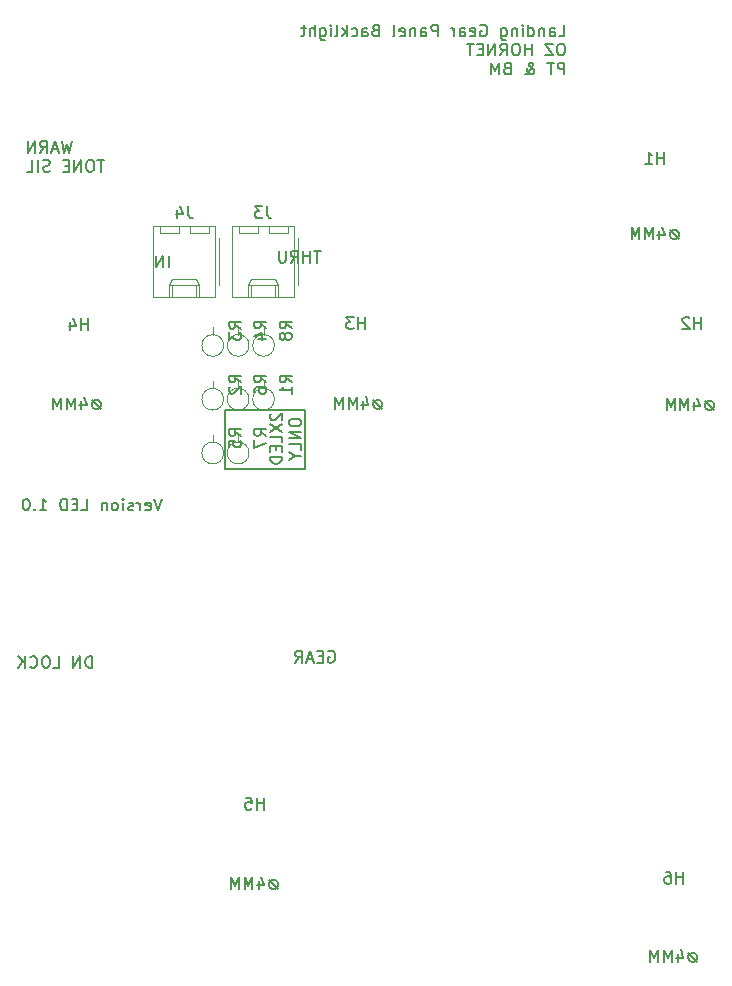
<source format=gbr>
%TF.GenerationSoftware,KiCad,Pcbnew,(6.0.7-1)-1*%
%TF.CreationDate,2023-10-29T11:46:33+10:00*%
%TF.ProjectId,Landing Gear Panel PCB V2,4c616e64-696e-4672-9047-656172205061,rev?*%
%TF.SameCoordinates,Original*%
%TF.FileFunction,Legend,Bot*%
%TF.FilePolarity,Positive*%
%FSLAX46Y46*%
G04 Gerber Fmt 4.6, Leading zero omitted, Abs format (unit mm)*
G04 Created by KiCad (PCBNEW (6.0.7-1)-1) date 2023-10-29 11:46:33*
%MOMM*%
%LPD*%
G01*
G04 APERTURE LIST*
%ADD10C,0.200000*%
%ADD11C,0.150000*%
%ADD12C,0.120000*%
G04 APERTURE END LIST*
D10*
X89950000Y-83150000D02*
X83100000Y-83150000D01*
X83100000Y-83150000D02*
X83100000Y-78150000D01*
X83100000Y-78150000D02*
X89950000Y-78150000D01*
X89950000Y-78150000D02*
X89950000Y-83150000D01*
D11*
X77785171Y-85634580D02*
X77451838Y-86634580D01*
X77118504Y-85634580D01*
X76404219Y-86586961D02*
X76499457Y-86634580D01*
X76689933Y-86634580D01*
X76785171Y-86586961D01*
X76832790Y-86491723D01*
X76832790Y-86110771D01*
X76785171Y-86015533D01*
X76689933Y-85967914D01*
X76499457Y-85967914D01*
X76404219Y-86015533D01*
X76356600Y-86110771D01*
X76356600Y-86206009D01*
X76832790Y-86301247D01*
X75928028Y-86634580D02*
X75928028Y-85967914D01*
X75928028Y-86158390D02*
X75880409Y-86063152D01*
X75832790Y-86015533D01*
X75737552Y-85967914D01*
X75642314Y-85967914D01*
X75356600Y-86586961D02*
X75261361Y-86634580D01*
X75070885Y-86634580D01*
X74975647Y-86586961D01*
X74928028Y-86491723D01*
X74928028Y-86444104D01*
X74975647Y-86348866D01*
X75070885Y-86301247D01*
X75213742Y-86301247D01*
X75308980Y-86253628D01*
X75356600Y-86158390D01*
X75356600Y-86110771D01*
X75308980Y-86015533D01*
X75213742Y-85967914D01*
X75070885Y-85967914D01*
X74975647Y-86015533D01*
X74499457Y-86634580D02*
X74499457Y-85967914D01*
X74499457Y-85634580D02*
X74547076Y-85682200D01*
X74499457Y-85729819D01*
X74451838Y-85682200D01*
X74499457Y-85634580D01*
X74499457Y-85729819D01*
X73880409Y-86634580D02*
X73975647Y-86586961D01*
X74023266Y-86539342D01*
X74070885Y-86444104D01*
X74070885Y-86158390D01*
X74023266Y-86063152D01*
X73975647Y-86015533D01*
X73880409Y-85967914D01*
X73737552Y-85967914D01*
X73642314Y-86015533D01*
X73594695Y-86063152D01*
X73547076Y-86158390D01*
X73547076Y-86444104D01*
X73594695Y-86539342D01*
X73642314Y-86586961D01*
X73737552Y-86634580D01*
X73880409Y-86634580D01*
X73118504Y-85967914D02*
X73118504Y-86634580D01*
X73118504Y-86063152D02*
X73070885Y-86015533D01*
X72975647Y-85967914D01*
X72832790Y-85967914D01*
X72737552Y-86015533D01*
X72689933Y-86110771D01*
X72689933Y-86634580D01*
X70975647Y-86634580D02*
X71451838Y-86634580D01*
X71451838Y-85634580D01*
X70642314Y-86110771D02*
X70308980Y-86110771D01*
X70166123Y-86634580D02*
X70642314Y-86634580D01*
X70642314Y-85634580D01*
X70166123Y-85634580D01*
X69737552Y-86634580D02*
X69737552Y-85634580D01*
X69499457Y-85634580D01*
X69356600Y-85682200D01*
X69261361Y-85777438D01*
X69213742Y-85872676D01*
X69166123Y-86063152D01*
X69166123Y-86206009D01*
X69213742Y-86396485D01*
X69261361Y-86491723D01*
X69356600Y-86586961D01*
X69499457Y-86634580D01*
X69737552Y-86634580D01*
X67451838Y-86634580D02*
X68023266Y-86634580D01*
X67737552Y-86634580D02*
X67737552Y-85634580D01*
X67832790Y-85777438D01*
X67928028Y-85872676D01*
X68023266Y-85920295D01*
X67023266Y-86539342D02*
X66975647Y-86586961D01*
X67023266Y-86634580D01*
X67070885Y-86586961D01*
X67023266Y-86539342D01*
X67023266Y-86634580D01*
X66356600Y-85634580D02*
X66261361Y-85634580D01*
X66166123Y-85682200D01*
X66118504Y-85729819D01*
X66070885Y-85825057D01*
X66023266Y-86015533D01*
X66023266Y-86253628D01*
X66070885Y-86444104D01*
X66118504Y-86539342D01*
X66166123Y-86586961D01*
X66261361Y-86634580D01*
X66356600Y-86634580D01*
X66451838Y-86586961D01*
X66499457Y-86539342D01*
X66547076Y-86444104D01*
X66594695Y-86253628D01*
X66594695Y-86015533D01*
X66547076Y-85825057D01*
X66499457Y-85729819D01*
X66451838Y-85682200D01*
X66356600Y-85634580D01*
X78373809Y-66052380D02*
X78373809Y-65052380D01*
X77897619Y-66052380D02*
X77897619Y-65052380D01*
X77326190Y-66052380D01*
X77326190Y-65052380D01*
X111388214Y-46492380D02*
X111864404Y-46492380D01*
X111864404Y-45492380D01*
X110626309Y-46492380D02*
X110626309Y-45968571D01*
X110673928Y-45873333D01*
X110769166Y-45825714D01*
X110959642Y-45825714D01*
X111054880Y-45873333D01*
X110626309Y-46444761D02*
X110721547Y-46492380D01*
X110959642Y-46492380D01*
X111054880Y-46444761D01*
X111102500Y-46349523D01*
X111102500Y-46254285D01*
X111054880Y-46159047D01*
X110959642Y-46111428D01*
X110721547Y-46111428D01*
X110626309Y-46063809D01*
X110150119Y-45825714D02*
X110150119Y-46492380D01*
X110150119Y-45920952D02*
X110102500Y-45873333D01*
X110007261Y-45825714D01*
X109864404Y-45825714D01*
X109769166Y-45873333D01*
X109721547Y-45968571D01*
X109721547Y-46492380D01*
X108816785Y-46492380D02*
X108816785Y-45492380D01*
X108816785Y-46444761D02*
X108912023Y-46492380D01*
X109102500Y-46492380D01*
X109197738Y-46444761D01*
X109245357Y-46397142D01*
X109292976Y-46301904D01*
X109292976Y-46016190D01*
X109245357Y-45920952D01*
X109197738Y-45873333D01*
X109102500Y-45825714D01*
X108912023Y-45825714D01*
X108816785Y-45873333D01*
X108340595Y-46492380D02*
X108340595Y-45825714D01*
X108340595Y-45492380D02*
X108388214Y-45540000D01*
X108340595Y-45587619D01*
X108292976Y-45540000D01*
X108340595Y-45492380D01*
X108340595Y-45587619D01*
X107864404Y-45825714D02*
X107864404Y-46492380D01*
X107864404Y-45920952D02*
X107816785Y-45873333D01*
X107721547Y-45825714D01*
X107578690Y-45825714D01*
X107483452Y-45873333D01*
X107435833Y-45968571D01*
X107435833Y-46492380D01*
X106531071Y-45825714D02*
X106531071Y-46635238D01*
X106578690Y-46730476D01*
X106626309Y-46778095D01*
X106721547Y-46825714D01*
X106864404Y-46825714D01*
X106959642Y-46778095D01*
X106531071Y-46444761D02*
X106626309Y-46492380D01*
X106816785Y-46492380D01*
X106912023Y-46444761D01*
X106959642Y-46397142D01*
X107007261Y-46301904D01*
X107007261Y-46016190D01*
X106959642Y-45920952D01*
X106912023Y-45873333D01*
X106816785Y-45825714D01*
X106626309Y-45825714D01*
X106531071Y-45873333D01*
X104769166Y-45540000D02*
X104864404Y-45492380D01*
X105007261Y-45492380D01*
X105150119Y-45540000D01*
X105245357Y-45635238D01*
X105292976Y-45730476D01*
X105340595Y-45920952D01*
X105340595Y-46063809D01*
X105292976Y-46254285D01*
X105245357Y-46349523D01*
X105150119Y-46444761D01*
X105007261Y-46492380D01*
X104912023Y-46492380D01*
X104769166Y-46444761D01*
X104721547Y-46397142D01*
X104721547Y-46063809D01*
X104912023Y-46063809D01*
X103912023Y-46444761D02*
X104007261Y-46492380D01*
X104197738Y-46492380D01*
X104292976Y-46444761D01*
X104340595Y-46349523D01*
X104340595Y-45968571D01*
X104292976Y-45873333D01*
X104197738Y-45825714D01*
X104007261Y-45825714D01*
X103912023Y-45873333D01*
X103864404Y-45968571D01*
X103864404Y-46063809D01*
X104340595Y-46159047D01*
X103007261Y-46492380D02*
X103007261Y-45968571D01*
X103054880Y-45873333D01*
X103150119Y-45825714D01*
X103340595Y-45825714D01*
X103435833Y-45873333D01*
X103007261Y-46444761D02*
X103102500Y-46492380D01*
X103340595Y-46492380D01*
X103435833Y-46444761D01*
X103483452Y-46349523D01*
X103483452Y-46254285D01*
X103435833Y-46159047D01*
X103340595Y-46111428D01*
X103102500Y-46111428D01*
X103007261Y-46063809D01*
X102531071Y-46492380D02*
X102531071Y-45825714D01*
X102531071Y-46016190D02*
X102483452Y-45920952D01*
X102435833Y-45873333D01*
X102340595Y-45825714D01*
X102245357Y-45825714D01*
X101150119Y-46492380D02*
X101150119Y-45492380D01*
X100769166Y-45492380D01*
X100673928Y-45540000D01*
X100626309Y-45587619D01*
X100578690Y-45682857D01*
X100578690Y-45825714D01*
X100626309Y-45920952D01*
X100673928Y-45968571D01*
X100769166Y-46016190D01*
X101150119Y-46016190D01*
X99721547Y-46492380D02*
X99721547Y-45968571D01*
X99769166Y-45873333D01*
X99864404Y-45825714D01*
X100054880Y-45825714D01*
X100150119Y-45873333D01*
X99721547Y-46444761D02*
X99816785Y-46492380D01*
X100054880Y-46492380D01*
X100150119Y-46444761D01*
X100197738Y-46349523D01*
X100197738Y-46254285D01*
X100150119Y-46159047D01*
X100054880Y-46111428D01*
X99816785Y-46111428D01*
X99721547Y-46063809D01*
X99245357Y-45825714D02*
X99245357Y-46492380D01*
X99245357Y-45920952D02*
X99197738Y-45873333D01*
X99102500Y-45825714D01*
X98959642Y-45825714D01*
X98864404Y-45873333D01*
X98816785Y-45968571D01*
X98816785Y-46492380D01*
X97959642Y-46444761D02*
X98054880Y-46492380D01*
X98245357Y-46492380D01*
X98340595Y-46444761D01*
X98388214Y-46349523D01*
X98388214Y-45968571D01*
X98340595Y-45873333D01*
X98245357Y-45825714D01*
X98054880Y-45825714D01*
X97959642Y-45873333D01*
X97912023Y-45968571D01*
X97912023Y-46063809D01*
X98388214Y-46159047D01*
X97340595Y-46492380D02*
X97435833Y-46444761D01*
X97483452Y-46349523D01*
X97483452Y-45492380D01*
X95864404Y-45968571D02*
X95721547Y-46016190D01*
X95673928Y-46063809D01*
X95626309Y-46159047D01*
X95626309Y-46301904D01*
X95673928Y-46397142D01*
X95721547Y-46444761D01*
X95816785Y-46492380D01*
X96197738Y-46492380D01*
X96197738Y-45492380D01*
X95864404Y-45492380D01*
X95769166Y-45540000D01*
X95721547Y-45587619D01*
X95673928Y-45682857D01*
X95673928Y-45778095D01*
X95721547Y-45873333D01*
X95769166Y-45920952D01*
X95864404Y-45968571D01*
X96197738Y-45968571D01*
X94769166Y-46492380D02*
X94769166Y-45968571D01*
X94816785Y-45873333D01*
X94912023Y-45825714D01*
X95102500Y-45825714D01*
X95197738Y-45873333D01*
X94769166Y-46444761D02*
X94864404Y-46492380D01*
X95102500Y-46492380D01*
X95197738Y-46444761D01*
X95245357Y-46349523D01*
X95245357Y-46254285D01*
X95197738Y-46159047D01*
X95102500Y-46111428D01*
X94864404Y-46111428D01*
X94769166Y-46063809D01*
X93864404Y-46444761D02*
X93959642Y-46492380D01*
X94150119Y-46492380D01*
X94245357Y-46444761D01*
X94292976Y-46397142D01*
X94340595Y-46301904D01*
X94340595Y-46016190D01*
X94292976Y-45920952D01*
X94245357Y-45873333D01*
X94150119Y-45825714D01*
X93959642Y-45825714D01*
X93864404Y-45873333D01*
X93435833Y-46492380D02*
X93435833Y-45492380D01*
X93340595Y-46111428D02*
X93054880Y-46492380D01*
X93054880Y-45825714D02*
X93435833Y-46206666D01*
X92483452Y-46492380D02*
X92578690Y-46444761D01*
X92626309Y-46349523D01*
X92626309Y-45492380D01*
X92102500Y-46492380D02*
X92102500Y-45825714D01*
X92102500Y-45492380D02*
X92150119Y-45540000D01*
X92102500Y-45587619D01*
X92054880Y-45540000D01*
X92102500Y-45492380D01*
X92102500Y-45587619D01*
X91197738Y-45825714D02*
X91197738Y-46635238D01*
X91245357Y-46730476D01*
X91292976Y-46778095D01*
X91388214Y-46825714D01*
X91531071Y-46825714D01*
X91626309Y-46778095D01*
X91197738Y-46444761D02*
X91292976Y-46492380D01*
X91483452Y-46492380D01*
X91578690Y-46444761D01*
X91626309Y-46397142D01*
X91673928Y-46301904D01*
X91673928Y-46016190D01*
X91626309Y-45920952D01*
X91578690Y-45873333D01*
X91483452Y-45825714D01*
X91292976Y-45825714D01*
X91197738Y-45873333D01*
X90721547Y-46492380D02*
X90721547Y-45492380D01*
X90292976Y-46492380D02*
X90292976Y-45968571D01*
X90340595Y-45873333D01*
X90435833Y-45825714D01*
X90578690Y-45825714D01*
X90673928Y-45873333D01*
X90721547Y-45920952D01*
X89959642Y-45825714D02*
X89578690Y-45825714D01*
X89816785Y-45492380D02*
X89816785Y-46349523D01*
X89769166Y-46444761D01*
X89673928Y-46492380D01*
X89578690Y-46492380D01*
X111673928Y-47102380D02*
X111483452Y-47102380D01*
X111388214Y-47150000D01*
X111292976Y-47245238D01*
X111245357Y-47435714D01*
X111245357Y-47769047D01*
X111292976Y-47959523D01*
X111388214Y-48054761D01*
X111483452Y-48102380D01*
X111673928Y-48102380D01*
X111769166Y-48054761D01*
X111864404Y-47959523D01*
X111912023Y-47769047D01*
X111912023Y-47435714D01*
X111864404Y-47245238D01*
X111769166Y-47150000D01*
X111673928Y-47102380D01*
X110912023Y-47102380D02*
X110245357Y-47102380D01*
X110912023Y-48102380D01*
X110245357Y-48102380D01*
X109102500Y-48102380D02*
X109102500Y-47102380D01*
X109102500Y-47578571D02*
X108531071Y-47578571D01*
X108531071Y-48102380D02*
X108531071Y-47102380D01*
X107864404Y-47102380D02*
X107673928Y-47102380D01*
X107578690Y-47150000D01*
X107483452Y-47245238D01*
X107435833Y-47435714D01*
X107435833Y-47769047D01*
X107483452Y-47959523D01*
X107578690Y-48054761D01*
X107673928Y-48102380D01*
X107864404Y-48102380D01*
X107959642Y-48054761D01*
X108054880Y-47959523D01*
X108102500Y-47769047D01*
X108102500Y-47435714D01*
X108054880Y-47245238D01*
X107959642Y-47150000D01*
X107864404Y-47102380D01*
X106435833Y-48102380D02*
X106769166Y-47626190D01*
X107007261Y-48102380D02*
X107007261Y-47102380D01*
X106626309Y-47102380D01*
X106531071Y-47150000D01*
X106483452Y-47197619D01*
X106435833Y-47292857D01*
X106435833Y-47435714D01*
X106483452Y-47530952D01*
X106531071Y-47578571D01*
X106626309Y-47626190D01*
X107007261Y-47626190D01*
X106007261Y-48102380D02*
X106007261Y-47102380D01*
X105435833Y-48102380D01*
X105435833Y-47102380D01*
X104959642Y-47578571D02*
X104626309Y-47578571D01*
X104483452Y-48102380D02*
X104959642Y-48102380D01*
X104959642Y-47102380D01*
X104483452Y-47102380D01*
X104197738Y-47102380D02*
X103626309Y-47102380D01*
X103912023Y-48102380D02*
X103912023Y-47102380D01*
X111864404Y-49712380D02*
X111864404Y-48712380D01*
X111483452Y-48712380D01*
X111388214Y-48760000D01*
X111340595Y-48807619D01*
X111292976Y-48902857D01*
X111292976Y-49045714D01*
X111340595Y-49140952D01*
X111388214Y-49188571D01*
X111483452Y-49236190D01*
X111864404Y-49236190D01*
X111007261Y-48712380D02*
X110435833Y-48712380D01*
X110721547Y-49712380D02*
X110721547Y-48712380D01*
X108531071Y-49712380D02*
X108578690Y-49712380D01*
X108673928Y-49664761D01*
X108816785Y-49521904D01*
X109054880Y-49236190D01*
X109150119Y-49093333D01*
X109197738Y-48950476D01*
X109197738Y-48855238D01*
X109150119Y-48760000D01*
X109054880Y-48712380D01*
X109007261Y-48712380D01*
X108912023Y-48760000D01*
X108864404Y-48855238D01*
X108864404Y-48902857D01*
X108912023Y-48998095D01*
X108959642Y-49045714D01*
X109245357Y-49236190D01*
X109292976Y-49283809D01*
X109340595Y-49379047D01*
X109340595Y-49521904D01*
X109292976Y-49617142D01*
X109245357Y-49664761D01*
X109150119Y-49712380D01*
X109007261Y-49712380D01*
X108912023Y-49664761D01*
X108864404Y-49617142D01*
X108721547Y-49426666D01*
X108673928Y-49283809D01*
X108673928Y-49188571D01*
X107007261Y-49188571D02*
X106864404Y-49236190D01*
X106816785Y-49283809D01*
X106769166Y-49379047D01*
X106769166Y-49521904D01*
X106816785Y-49617142D01*
X106864404Y-49664761D01*
X106959642Y-49712380D01*
X107340595Y-49712380D01*
X107340595Y-48712380D01*
X107007261Y-48712380D01*
X106912023Y-48760000D01*
X106864404Y-48807619D01*
X106816785Y-48902857D01*
X106816785Y-48998095D01*
X106864404Y-49093333D01*
X106912023Y-49140952D01*
X107007261Y-49188571D01*
X107340595Y-49188571D01*
X106340595Y-49712380D02*
X106340595Y-48712380D01*
X106007261Y-49426666D01*
X105673928Y-48712380D01*
X105673928Y-49712380D01*
X122846885Y-124074276D02*
X122656409Y-124074276D01*
X122465933Y-124169514D01*
X122370695Y-124359990D01*
X122370695Y-124550466D01*
X122465933Y-124740942D01*
X122656409Y-124836180D01*
X122846885Y-124836180D01*
X123037361Y-124740942D01*
X123132600Y-124550466D01*
X123132600Y-124359990D01*
X123037361Y-124169514D01*
X122846885Y-124074276D01*
X122370695Y-124074276D02*
X123132600Y-124836180D01*
X121465933Y-124169514D02*
X121465933Y-124836180D01*
X121704028Y-123788561D02*
X121942123Y-124502847D01*
X121323076Y-124502847D01*
X120942123Y-124836180D02*
X120942123Y-123836180D01*
X120608790Y-124550466D01*
X120275457Y-123836180D01*
X120275457Y-124836180D01*
X119799266Y-124836180D02*
X119799266Y-123836180D01*
X119465933Y-124550466D01*
X119132600Y-123836180D01*
X119132600Y-124836180D01*
X94995904Y-71267580D02*
X94995904Y-70267580D01*
X94995904Y-70743771D02*
X94424476Y-70743771D01*
X94424476Y-71267580D02*
X94424476Y-70267580D01*
X94043523Y-70267580D02*
X93424476Y-70267580D01*
X93757809Y-70648533D01*
X93614952Y-70648533D01*
X93519714Y-70696152D01*
X93472095Y-70743771D01*
X93424476Y-70839009D01*
X93424476Y-71077104D01*
X93472095Y-71172342D01*
X93519714Y-71219961D01*
X93614952Y-71267580D01*
X93900666Y-71267580D01*
X93995904Y-71219961D01*
X94043523Y-71172342D01*
X71526304Y-71369180D02*
X71526304Y-70369180D01*
X71526304Y-70845371D02*
X70954876Y-70845371D01*
X70954876Y-71369180D02*
X70954876Y-70369180D01*
X70050114Y-70702514D02*
X70050114Y-71369180D01*
X70288209Y-70321561D02*
X70526304Y-71035847D01*
X69907257Y-71035847D01*
X86410704Y-111958380D02*
X86410704Y-110958380D01*
X86410704Y-111434571D02*
X85839276Y-111434571D01*
X85839276Y-111958380D02*
X85839276Y-110958380D01*
X84886895Y-110958380D02*
X85363085Y-110958380D01*
X85410704Y-111434571D01*
X85363085Y-111386952D01*
X85267847Y-111339333D01*
X85029752Y-111339333D01*
X84934514Y-111386952D01*
X84886895Y-111434571D01*
X84839276Y-111529809D01*
X84839276Y-111767904D01*
X84886895Y-111863142D01*
X84934514Y-111910761D01*
X85029752Y-111958380D01*
X85267847Y-111958380D01*
X85363085Y-111910761D01*
X85410704Y-111863142D01*
X121272085Y-62911076D02*
X121081609Y-62911076D01*
X120891133Y-63006314D01*
X120795895Y-63196790D01*
X120795895Y-63387266D01*
X120891133Y-63577742D01*
X121081609Y-63672980D01*
X121272085Y-63672980D01*
X121462561Y-63577742D01*
X121557800Y-63387266D01*
X121557800Y-63196790D01*
X121462561Y-63006314D01*
X121272085Y-62911076D01*
X120795895Y-62911076D02*
X121557800Y-63672980D01*
X119891133Y-63006314D02*
X119891133Y-63672980D01*
X120129228Y-62625361D02*
X120367323Y-63339647D01*
X119748276Y-63339647D01*
X119367323Y-63672980D02*
X119367323Y-62672980D01*
X119033990Y-63387266D01*
X118700657Y-62672980D01*
X118700657Y-63672980D01*
X118224466Y-63672980D02*
X118224466Y-62672980D01*
X117891133Y-63387266D01*
X117557800Y-62672980D01*
X117557800Y-63672980D01*
X120294304Y-57297580D02*
X120294304Y-56297580D01*
X120294304Y-56773771D02*
X119722876Y-56773771D01*
X119722876Y-57297580D02*
X119722876Y-56297580D01*
X118722876Y-57297580D02*
X119294304Y-57297580D01*
X119008590Y-57297580D02*
X119008590Y-56297580D01*
X119103828Y-56440438D01*
X119199066Y-56535676D01*
X119294304Y-56583295D01*
X121919904Y-118232180D02*
X121919904Y-117232180D01*
X121919904Y-117708371D02*
X121348476Y-117708371D01*
X121348476Y-118232180D02*
X121348476Y-117232180D01*
X120443714Y-117232180D02*
X120634190Y-117232180D01*
X120729428Y-117279800D01*
X120777047Y-117327419D01*
X120872285Y-117470276D01*
X120919904Y-117660752D01*
X120919904Y-118041704D01*
X120872285Y-118136942D01*
X120824666Y-118184561D01*
X120729428Y-118232180D01*
X120538952Y-118232180D01*
X120443714Y-118184561D01*
X120396095Y-118136942D01*
X120348476Y-118041704D01*
X120348476Y-117803609D01*
X120396095Y-117708371D01*
X120443714Y-117660752D01*
X120538952Y-117613133D01*
X120729428Y-117613133D01*
X120824666Y-117660752D01*
X120872285Y-117708371D01*
X120919904Y-117803609D01*
X87363085Y-117927476D02*
X87172609Y-117927476D01*
X86982133Y-118022714D01*
X86886895Y-118213190D01*
X86886895Y-118403666D01*
X86982133Y-118594142D01*
X87172609Y-118689380D01*
X87363085Y-118689380D01*
X87553561Y-118594142D01*
X87648800Y-118403666D01*
X87648800Y-118213190D01*
X87553561Y-118022714D01*
X87363085Y-117927476D01*
X86886895Y-117927476D02*
X87648800Y-118689380D01*
X85982133Y-118022714D02*
X85982133Y-118689380D01*
X86220228Y-117641761D02*
X86458323Y-118356047D01*
X85839276Y-118356047D01*
X85458323Y-118689380D02*
X85458323Y-117689380D01*
X85124990Y-118403666D01*
X84791657Y-117689380D01*
X84791657Y-118689380D01*
X84315466Y-118689380D02*
X84315466Y-117689380D01*
X83982133Y-118403666D01*
X83648800Y-117689380D01*
X83648800Y-118689380D01*
X123443904Y-71267580D02*
X123443904Y-70267580D01*
X123443904Y-70743771D02*
X122872476Y-70743771D01*
X122872476Y-71267580D02*
X122872476Y-70267580D01*
X122443904Y-70362819D02*
X122396285Y-70315200D01*
X122301047Y-70267580D01*
X122062952Y-70267580D01*
X121967714Y-70315200D01*
X121920095Y-70362819D01*
X121872476Y-70458057D01*
X121872476Y-70553295D01*
X121920095Y-70696152D01*
X122491523Y-71267580D01*
X121872476Y-71267580D01*
X91898647Y-98560000D02*
X91993885Y-98512380D01*
X92136742Y-98512380D01*
X92279600Y-98560000D01*
X92374838Y-98655238D01*
X92422457Y-98750476D01*
X92470076Y-98940952D01*
X92470076Y-99083809D01*
X92422457Y-99274285D01*
X92374838Y-99369523D01*
X92279600Y-99464761D01*
X92136742Y-99512380D01*
X92041504Y-99512380D01*
X91898647Y-99464761D01*
X91851028Y-99417142D01*
X91851028Y-99083809D01*
X92041504Y-99083809D01*
X91422457Y-98988571D02*
X91089123Y-98988571D01*
X90946266Y-99512380D02*
X91422457Y-99512380D01*
X91422457Y-98512380D01*
X90946266Y-98512380D01*
X90565314Y-99226666D02*
X90089123Y-99226666D01*
X90660552Y-99512380D02*
X90327219Y-98512380D01*
X89993885Y-99512380D01*
X89089123Y-99512380D02*
X89422457Y-99036190D01*
X89660552Y-99512380D02*
X89660552Y-98512380D01*
X89279600Y-98512380D01*
X89184361Y-98560000D01*
X89136742Y-98607619D01*
X89089123Y-98702857D01*
X89089123Y-98845714D01*
X89136742Y-98940952D01*
X89184361Y-98988571D01*
X89279600Y-99036190D01*
X89660552Y-99036190D01*
X91233333Y-64652380D02*
X90661904Y-64652380D01*
X90947619Y-65652380D02*
X90947619Y-64652380D01*
X90328571Y-65652380D02*
X90328571Y-64652380D01*
X90328571Y-65128571D02*
X89757142Y-65128571D01*
X89757142Y-65652380D02*
X89757142Y-64652380D01*
X88709523Y-65652380D02*
X89042857Y-65176190D01*
X89280952Y-65652380D02*
X89280952Y-64652380D01*
X88900000Y-64652380D01*
X88804761Y-64700000D01*
X88757142Y-64747619D01*
X88709523Y-64842857D01*
X88709523Y-64985714D01*
X88757142Y-65080952D01*
X88804761Y-65128571D01*
X88900000Y-65176190D01*
X89280952Y-65176190D01*
X88280952Y-64652380D02*
X88280952Y-65461904D01*
X88233333Y-65557142D01*
X88185714Y-65604761D01*
X88090476Y-65652380D01*
X87900000Y-65652380D01*
X87804761Y-65604761D01*
X87757142Y-65557142D01*
X87709523Y-65461904D01*
X87709523Y-64652380D01*
X124269285Y-77363676D02*
X124078809Y-77363676D01*
X123888333Y-77458914D01*
X123793095Y-77649390D01*
X123793095Y-77839866D01*
X123888333Y-78030342D01*
X124078809Y-78125580D01*
X124269285Y-78125580D01*
X124459761Y-78030342D01*
X124555000Y-77839866D01*
X124555000Y-77649390D01*
X124459761Y-77458914D01*
X124269285Y-77363676D01*
X123793095Y-77363676D02*
X124555000Y-78125580D01*
X122888333Y-77458914D02*
X122888333Y-78125580D01*
X123126428Y-77077961D02*
X123364523Y-77792247D01*
X122745476Y-77792247D01*
X122364523Y-78125580D02*
X122364523Y-77125580D01*
X122031190Y-77839866D01*
X121697857Y-77125580D01*
X121697857Y-78125580D01*
X121221666Y-78125580D02*
X121221666Y-77125580D01*
X120888333Y-77839866D01*
X120555000Y-77125580D01*
X120555000Y-78125580D01*
X71878438Y-99969580D02*
X71878438Y-98969580D01*
X71640342Y-98969580D01*
X71497485Y-99017200D01*
X71402247Y-99112438D01*
X71354628Y-99207676D01*
X71307009Y-99398152D01*
X71307009Y-99541009D01*
X71354628Y-99731485D01*
X71402247Y-99826723D01*
X71497485Y-99921961D01*
X71640342Y-99969580D01*
X71878438Y-99969580D01*
X70878438Y-99969580D02*
X70878438Y-98969580D01*
X70307009Y-99969580D01*
X70307009Y-98969580D01*
X68592723Y-99969580D02*
X69068914Y-99969580D01*
X69068914Y-98969580D01*
X68068914Y-98969580D02*
X67878438Y-98969580D01*
X67783200Y-99017200D01*
X67687961Y-99112438D01*
X67640342Y-99302914D01*
X67640342Y-99636247D01*
X67687961Y-99826723D01*
X67783200Y-99921961D01*
X67878438Y-99969580D01*
X68068914Y-99969580D01*
X68164152Y-99921961D01*
X68259390Y-99826723D01*
X68307009Y-99636247D01*
X68307009Y-99302914D01*
X68259390Y-99112438D01*
X68164152Y-99017200D01*
X68068914Y-98969580D01*
X66640342Y-99874342D02*
X66687961Y-99921961D01*
X66830819Y-99969580D01*
X66926057Y-99969580D01*
X67068914Y-99921961D01*
X67164152Y-99826723D01*
X67211771Y-99731485D01*
X67259390Y-99541009D01*
X67259390Y-99398152D01*
X67211771Y-99207676D01*
X67164152Y-99112438D01*
X67068914Y-99017200D01*
X66926057Y-98969580D01*
X66830819Y-98969580D01*
X66687961Y-99017200D01*
X66640342Y-99064819D01*
X66211771Y-99969580D02*
X66211771Y-98969580D01*
X65640342Y-99969580D02*
X66068914Y-99398152D01*
X65640342Y-98969580D02*
X66211771Y-99541009D01*
X96176885Y-77262076D02*
X95986409Y-77262076D01*
X95795933Y-77357314D01*
X95700695Y-77547790D01*
X95700695Y-77738266D01*
X95795933Y-77928742D01*
X95986409Y-78023980D01*
X96176885Y-78023980D01*
X96367361Y-77928742D01*
X96462600Y-77738266D01*
X96462600Y-77547790D01*
X96367361Y-77357314D01*
X96176885Y-77262076D01*
X95700695Y-77262076D02*
X96462600Y-78023980D01*
X94795933Y-77357314D02*
X94795933Y-78023980D01*
X95034028Y-76976361D02*
X95272123Y-77690647D01*
X94653076Y-77690647D01*
X94272123Y-78023980D02*
X94272123Y-77023980D01*
X93938790Y-77738266D01*
X93605457Y-77023980D01*
X93605457Y-78023980D01*
X93129266Y-78023980D02*
X93129266Y-77023980D01*
X92795933Y-77738266D01*
X92462600Y-77023980D01*
X92462600Y-78023980D01*
X72326285Y-77312876D02*
X72135809Y-77312876D01*
X71945333Y-77408114D01*
X71850095Y-77598590D01*
X71850095Y-77789066D01*
X71945333Y-77979542D01*
X72135809Y-78074780D01*
X72326285Y-78074780D01*
X72516761Y-77979542D01*
X72612000Y-77789066D01*
X72612000Y-77598590D01*
X72516761Y-77408114D01*
X72326285Y-77312876D01*
X71850095Y-77312876D02*
X72612000Y-78074780D01*
X70945333Y-77408114D02*
X70945333Y-78074780D01*
X71183428Y-77027161D02*
X71421523Y-77741447D01*
X70802476Y-77741447D01*
X70421523Y-78074780D02*
X70421523Y-77074780D01*
X70088190Y-77789066D01*
X69754857Y-77074780D01*
X69754857Y-78074780D01*
X69278666Y-78074780D02*
X69278666Y-77074780D01*
X68945333Y-77789066D01*
X68612000Y-77074780D01*
X68612000Y-78074780D01*
X87042619Y-78430952D02*
X86995000Y-78478571D01*
X86947380Y-78573809D01*
X86947380Y-78811904D01*
X86995000Y-78907142D01*
X87042619Y-78954761D01*
X87137857Y-79002380D01*
X87233095Y-79002380D01*
X87375952Y-78954761D01*
X87947380Y-78383333D01*
X87947380Y-79002380D01*
X86947380Y-79335714D02*
X87947380Y-80002380D01*
X86947380Y-80002380D02*
X87947380Y-79335714D01*
X87947380Y-80859523D02*
X87947380Y-80383333D01*
X86947380Y-80383333D01*
X87423571Y-81192857D02*
X87423571Y-81526190D01*
X87947380Y-81669047D02*
X87947380Y-81192857D01*
X86947380Y-81192857D01*
X86947380Y-81669047D01*
X87947380Y-82097619D02*
X86947380Y-82097619D01*
X86947380Y-82335714D01*
X86995000Y-82478571D01*
X87090238Y-82573809D01*
X87185476Y-82621428D01*
X87375952Y-82669047D01*
X87518809Y-82669047D01*
X87709285Y-82621428D01*
X87804523Y-82573809D01*
X87899761Y-82478571D01*
X87947380Y-82335714D01*
X87947380Y-82097619D01*
X88557380Y-79097619D02*
X88557380Y-79288095D01*
X88605000Y-79383333D01*
X88700238Y-79478571D01*
X88890714Y-79526190D01*
X89224047Y-79526190D01*
X89414523Y-79478571D01*
X89509761Y-79383333D01*
X89557380Y-79288095D01*
X89557380Y-79097619D01*
X89509761Y-79002380D01*
X89414523Y-78907142D01*
X89224047Y-78859523D01*
X88890714Y-78859523D01*
X88700238Y-78907142D01*
X88605000Y-79002380D01*
X88557380Y-79097619D01*
X89557380Y-79954761D02*
X88557380Y-79954761D01*
X89557380Y-80526190D01*
X88557380Y-80526190D01*
X89557380Y-81478571D02*
X89557380Y-81002380D01*
X88557380Y-81002380D01*
X89081190Y-82002380D02*
X89557380Y-82002380D01*
X88557380Y-81669047D02*
X89081190Y-82002380D01*
X88557380Y-82335714D01*
X70152261Y-55347380D02*
X69914166Y-56347380D01*
X69723690Y-55633095D01*
X69533214Y-56347380D01*
X69295119Y-55347380D01*
X68961785Y-56061666D02*
X68485595Y-56061666D01*
X69057023Y-56347380D02*
X68723690Y-55347380D01*
X68390357Y-56347380D01*
X67485595Y-56347380D02*
X67818928Y-55871190D01*
X68057023Y-56347380D02*
X68057023Y-55347380D01*
X67676071Y-55347380D01*
X67580833Y-55395000D01*
X67533214Y-55442619D01*
X67485595Y-55537857D01*
X67485595Y-55680714D01*
X67533214Y-55775952D01*
X67580833Y-55823571D01*
X67676071Y-55871190D01*
X68057023Y-55871190D01*
X67057023Y-56347380D02*
X67057023Y-55347380D01*
X66485595Y-56347380D01*
X66485595Y-55347380D01*
X72914166Y-56957380D02*
X72342738Y-56957380D01*
X72628452Y-57957380D02*
X72628452Y-56957380D01*
X71818928Y-56957380D02*
X71628452Y-56957380D01*
X71533214Y-57005000D01*
X71437976Y-57100238D01*
X71390357Y-57290714D01*
X71390357Y-57624047D01*
X71437976Y-57814523D01*
X71533214Y-57909761D01*
X71628452Y-57957380D01*
X71818928Y-57957380D01*
X71914166Y-57909761D01*
X72009404Y-57814523D01*
X72057023Y-57624047D01*
X72057023Y-57290714D01*
X72009404Y-57100238D01*
X71914166Y-57005000D01*
X71818928Y-56957380D01*
X70961785Y-57957380D02*
X70961785Y-56957380D01*
X70390357Y-57957380D01*
X70390357Y-56957380D01*
X69914166Y-57433571D02*
X69580833Y-57433571D01*
X69437976Y-57957380D02*
X69914166Y-57957380D01*
X69914166Y-56957380D01*
X69437976Y-56957380D01*
X68295119Y-57909761D02*
X68152261Y-57957380D01*
X67914166Y-57957380D01*
X67818928Y-57909761D01*
X67771309Y-57862142D01*
X67723690Y-57766904D01*
X67723690Y-57671666D01*
X67771309Y-57576428D01*
X67818928Y-57528809D01*
X67914166Y-57481190D01*
X68104642Y-57433571D01*
X68199880Y-57385952D01*
X68247500Y-57338333D01*
X68295119Y-57243095D01*
X68295119Y-57147857D01*
X68247500Y-57052619D01*
X68199880Y-57005000D01*
X68104642Y-56957380D01*
X67866547Y-56957380D01*
X67723690Y-57005000D01*
X67295119Y-57957380D02*
X67295119Y-56957380D01*
X66342738Y-57957380D02*
X66818928Y-57957380D01*
X66818928Y-56957380D01*
%TO.C,J4*%
X80013333Y-60884380D02*
X80013333Y-61598666D01*
X80060952Y-61741523D01*
X80156190Y-61836761D01*
X80299047Y-61884380D01*
X80394285Y-61884380D01*
X79108571Y-61217714D02*
X79108571Y-61884380D01*
X79346666Y-60836761D02*
X79584761Y-61551047D01*
X78965714Y-61551047D01*
%TO.C,J3*%
X86693333Y-60884380D02*
X86693333Y-61598666D01*
X86740952Y-61741523D01*
X86836190Y-61836761D01*
X86979047Y-61884380D01*
X87074285Y-61884380D01*
X86312380Y-60884380D02*
X85693333Y-60884380D01*
X86026666Y-61265333D01*
X85883809Y-61265333D01*
X85788571Y-61312952D01*
X85740952Y-61360571D01*
X85693333Y-61455809D01*
X85693333Y-61693904D01*
X85740952Y-61789142D01*
X85788571Y-61836761D01*
X85883809Y-61884380D01*
X86169523Y-61884380D01*
X86264761Y-61836761D01*
X86312380Y-61789142D01*
%TO.C,R1*%
X88772380Y-75783333D02*
X88296190Y-75450000D01*
X88772380Y-75211904D02*
X87772380Y-75211904D01*
X87772380Y-75592857D01*
X87820000Y-75688095D01*
X87867619Y-75735714D01*
X87962857Y-75783333D01*
X88105714Y-75783333D01*
X88200952Y-75735714D01*
X88248571Y-75688095D01*
X88296190Y-75592857D01*
X88296190Y-75211904D01*
X88772380Y-76735714D02*
X88772380Y-76164285D01*
X88772380Y-76450000D02*
X87772380Y-76450000D01*
X87915238Y-76354761D01*
X88010476Y-76259523D01*
X88058095Y-76164285D01*
%TO.C,R5*%
X84472380Y-80333333D02*
X83996190Y-80000000D01*
X84472380Y-79761904D02*
X83472380Y-79761904D01*
X83472380Y-80142857D01*
X83520000Y-80238095D01*
X83567619Y-80285714D01*
X83662857Y-80333333D01*
X83805714Y-80333333D01*
X83900952Y-80285714D01*
X83948571Y-80238095D01*
X83996190Y-80142857D01*
X83996190Y-79761904D01*
X83472380Y-81238095D02*
X83472380Y-80761904D01*
X83948571Y-80714285D01*
X83900952Y-80761904D01*
X83853333Y-80857142D01*
X83853333Y-81095238D01*
X83900952Y-81190476D01*
X83948571Y-81238095D01*
X84043809Y-81285714D01*
X84281904Y-81285714D01*
X84377142Y-81238095D01*
X84424761Y-81190476D01*
X84472380Y-81095238D01*
X84472380Y-80857142D01*
X84424761Y-80761904D01*
X84377142Y-80714285D01*
%TO.C,R3*%
X84472380Y-71233333D02*
X83996190Y-70900000D01*
X84472380Y-70661904D02*
X83472380Y-70661904D01*
X83472380Y-71042857D01*
X83520000Y-71138095D01*
X83567619Y-71185714D01*
X83662857Y-71233333D01*
X83805714Y-71233333D01*
X83900952Y-71185714D01*
X83948571Y-71138095D01*
X83996190Y-71042857D01*
X83996190Y-70661904D01*
X83472380Y-71566666D02*
X83472380Y-72185714D01*
X83853333Y-71852380D01*
X83853333Y-71995238D01*
X83900952Y-72090476D01*
X83948571Y-72138095D01*
X84043809Y-72185714D01*
X84281904Y-72185714D01*
X84377142Y-72138095D01*
X84424761Y-72090476D01*
X84472380Y-71995238D01*
X84472380Y-71709523D01*
X84424761Y-71614285D01*
X84377142Y-71566666D01*
%TO.C,R8*%
X88772380Y-71223333D02*
X88296190Y-70890000D01*
X88772380Y-70651904D02*
X87772380Y-70651904D01*
X87772380Y-71032857D01*
X87820000Y-71128095D01*
X87867619Y-71175714D01*
X87962857Y-71223333D01*
X88105714Y-71223333D01*
X88200952Y-71175714D01*
X88248571Y-71128095D01*
X88296190Y-71032857D01*
X88296190Y-70651904D01*
X88200952Y-71794761D02*
X88153333Y-71699523D01*
X88105714Y-71651904D01*
X88010476Y-71604285D01*
X87962857Y-71604285D01*
X87867619Y-71651904D01*
X87820000Y-71699523D01*
X87772380Y-71794761D01*
X87772380Y-71985238D01*
X87820000Y-72080476D01*
X87867619Y-72128095D01*
X87962857Y-72175714D01*
X88010476Y-72175714D01*
X88105714Y-72128095D01*
X88153333Y-72080476D01*
X88200952Y-71985238D01*
X88200952Y-71794761D01*
X88248571Y-71699523D01*
X88296190Y-71651904D01*
X88391428Y-71604285D01*
X88581904Y-71604285D01*
X88677142Y-71651904D01*
X88724761Y-71699523D01*
X88772380Y-71794761D01*
X88772380Y-71985238D01*
X88724761Y-72080476D01*
X88677142Y-72128095D01*
X88581904Y-72175714D01*
X88391428Y-72175714D01*
X88296190Y-72128095D01*
X88248571Y-72080476D01*
X88200952Y-71985238D01*
%TO.C,R7*%
X86622380Y-80333333D02*
X86146190Y-80000000D01*
X86622380Y-79761904D02*
X85622380Y-79761904D01*
X85622380Y-80142857D01*
X85670000Y-80238095D01*
X85717619Y-80285714D01*
X85812857Y-80333333D01*
X85955714Y-80333333D01*
X86050952Y-80285714D01*
X86098571Y-80238095D01*
X86146190Y-80142857D01*
X86146190Y-79761904D01*
X85622380Y-80666666D02*
X85622380Y-81333333D01*
X86622380Y-80904761D01*
%TO.C,R2*%
X84472380Y-75783333D02*
X83996190Y-75450000D01*
X84472380Y-75211904D02*
X83472380Y-75211904D01*
X83472380Y-75592857D01*
X83520000Y-75688095D01*
X83567619Y-75735714D01*
X83662857Y-75783333D01*
X83805714Y-75783333D01*
X83900952Y-75735714D01*
X83948571Y-75688095D01*
X83996190Y-75592857D01*
X83996190Y-75211904D01*
X83567619Y-76164285D02*
X83520000Y-76211904D01*
X83472380Y-76307142D01*
X83472380Y-76545238D01*
X83520000Y-76640476D01*
X83567619Y-76688095D01*
X83662857Y-76735714D01*
X83758095Y-76735714D01*
X83900952Y-76688095D01*
X84472380Y-76116666D01*
X84472380Y-76735714D01*
%TO.C,R4*%
X86622380Y-71223333D02*
X86146190Y-70890000D01*
X86622380Y-70651904D02*
X85622380Y-70651904D01*
X85622380Y-71032857D01*
X85670000Y-71128095D01*
X85717619Y-71175714D01*
X85812857Y-71223333D01*
X85955714Y-71223333D01*
X86050952Y-71175714D01*
X86098571Y-71128095D01*
X86146190Y-71032857D01*
X86146190Y-70651904D01*
X85955714Y-72080476D02*
X86622380Y-72080476D01*
X85574761Y-71842380D02*
X86289047Y-71604285D01*
X86289047Y-72223333D01*
%TO.C,R6*%
X86622380Y-75783333D02*
X86146190Y-75450000D01*
X86622380Y-75211904D02*
X85622380Y-75211904D01*
X85622380Y-75592857D01*
X85670000Y-75688095D01*
X85717619Y-75735714D01*
X85812857Y-75783333D01*
X85955714Y-75783333D01*
X86050952Y-75735714D01*
X86098571Y-75688095D01*
X86146190Y-75592857D01*
X86146190Y-75211904D01*
X85622380Y-76640476D02*
X85622380Y-76450000D01*
X85670000Y-76354761D01*
X85717619Y-76307142D01*
X85860476Y-76211904D01*
X86050952Y-76164285D01*
X86431904Y-76164285D01*
X86527142Y-76211904D01*
X86574761Y-76259523D01*
X86622380Y-76354761D01*
X86622380Y-76545238D01*
X86574761Y-76640476D01*
X86527142Y-76688095D01*
X86431904Y-76735714D01*
X86193809Y-76735714D01*
X86098571Y-76688095D01*
X86050952Y-76640476D01*
X86003333Y-76545238D01*
X86003333Y-76354761D01*
X86050952Y-76259523D01*
X86098571Y-76211904D01*
X86193809Y-76164285D01*
D12*
%TO.C,J4*%
X82330000Y-68542000D02*
X77030000Y-68542000D01*
X80150000Y-63122000D02*
X80150000Y-62522000D01*
X82620000Y-63552000D02*
X82620000Y-67552000D01*
X82330000Y-62522000D02*
X82330000Y-68542000D01*
X79210000Y-62522000D02*
X79210000Y-63122000D01*
X78410000Y-67542000D02*
X78410000Y-68542000D01*
X78660000Y-68542000D02*
X78660000Y-67542000D01*
X81750000Y-63122000D02*
X80150000Y-63122000D01*
X79210000Y-63122000D02*
X77610000Y-63122000D01*
X78660000Y-67012000D02*
X78410000Y-67542000D01*
X80950000Y-67542000D02*
X78410000Y-67542000D01*
X80950000Y-68542000D02*
X80950000Y-67542000D01*
X80700000Y-68542000D02*
X80700000Y-67542000D01*
X80950000Y-67542000D02*
X80700000Y-67012000D01*
X77030000Y-62522000D02*
X82330000Y-62522000D01*
X81750000Y-62522000D02*
X81750000Y-63122000D01*
X77030000Y-68542000D02*
X77030000Y-62522000D01*
X77610000Y-63122000D02*
X77610000Y-62522000D01*
X80700000Y-67012000D02*
X78660000Y-67012000D01*
%TO.C,J3*%
X89010000Y-68542000D02*
X83710000Y-68542000D01*
X86830000Y-63122000D02*
X86830000Y-62522000D01*
X89300000Y-63552000D02*
X89300000Y-67552000D01*
X89010000Y-62522000D02*
X89010000Y-68542000D01*
X85890000Y-62522000D02*
X85890000Y-63122000D01*
X85090000Y-67542000D02*
X85090000Y-68542000D01*
X85340000Y-68542000D02*
X85340000Y-67542000D01*
X88430000Y-63122000D02*
X86830000Y-63122000D01*
X85890000Y-63122000D02*
X84290000Y-63122000D01*
X85340000Y-67012000D02*
X85090000Y-67542000D01*
X87630000Y-67542000D02*
X85090000Y-67542000D01*
X87630000Y-68542000D02*
X87630000Y-67542000D01*
X87380000Y-68542000D02*
X87380000Y-67542000D01*
X87630000Y-67542000D02*
X87380000Y-67012000D01*
X83710000Y-62522000D02*
X89010000Y-62522000D01*
X88430000Y-62522000D02*
X88430000Y-63122000D01*
X83710000Y-68542000D02*
X83710000Y-62522000D01*
X84290000Y-63122000D02*
X84290000Y-62522000D01*
X87380000Y-67012000D02*
X85340000Y-67012000D01*
%TO.C,R1*%
X86400000Y-76300000D02*
X86400000Y-75680000D01*
X87320000Y-77220000D02*
G75*
G03*
X87320000Y-77220000I-920000J0D01*
G01*
%TO.C,R5*%
X82100000Y-80850000D02*
X82100000Y-80230000D01*
X83020000Y-81770000D02*
G75*
G03*
X83020000Y-81770000I-920000J0D01*
G01*
%TO.C,R3*%
X82100000Y-71750000D02*
X82100000Y-71130000D01*
X83020000Y-72670000D02*
G75*
G03*
X83020000Y-72670000I-920000J0D01*
G01*
%TO.C,R8*%
X86400000Y-71740000D02*
X86400000Y-71120000D01*
X87320000Y-72660000D02*
G75*
G03*
X87320000Y-72660000I-920000J0D01*
G01*
%TO.C,R7*%
X84250000Y-80850000D02*
X84250000Y-80230000D01*
X85170000Y-81770000D02*
G75*
G03*
X85170000Y-81770000I-920000J0D01*
G01*
%TO.C,R2*%
X82100000Y-76300000D02*
X82100000Y-75680000D01*
X83020000Y-77220000D02*
G75*
G03*
X83020000Y-77220000I-920000J0D01*
G01*
%TO.C,R4*%
X84250000Y-71740000D02*
X84250000Y-71120000D01*
X85170000Y-72660000D02*
G75*
G03*
X85170000Y-72660000I-920000J0D01*
G01*
%TO.C,R6*%
X84250000Y-76300000D02*
X84250000Y-75680000D01*
X85170000Y-77220000D02*
G75*
G03*
X85170000Y-77220000I-920000J0D01*
G01*
%TD*%
M02*

</source>
